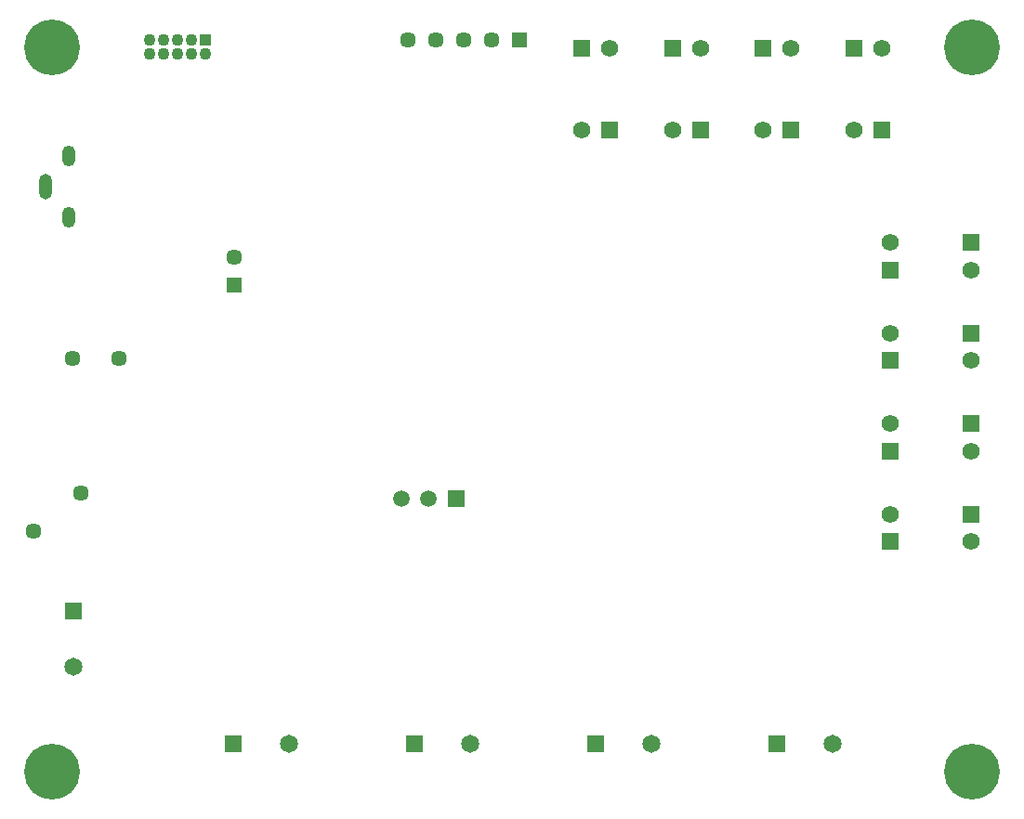
<source format=gbr>
%TF.GenerationSoftware,Altium Limited,Altium Designer,24.2.2 (26)*%
G04 Layer_Color=16711935*
%FSLAX45Y45*%
%MOMM*%
%TF.SameCoordinates,CD070EA7-D628-40BE-AF17-708C1490C7C2*%
%TF.FilePolarity,Negative*%
%TF.FileFunction,Soldermask,Bot*%
%TF.Part,Single*%
G01*
G75*
%TA.AperFunction,ComponentPad*%
%ADD43C,1.10000*%
%ADD44R,1.10000X1.10000*%
%ADD45C,1.57500*%
%ADD46R,1.57500X1.57500*%
%ADD47C,1.65000*%
%ADD48R,1.65000X1.65000*%
%ADD49R,1.50800X1.50800*%
%ADD50C,1.50800*%
%ADD51C,1.45000*%
%ADD52R,1.45000X1.45000*%
%TA.AperFunction,ViaPad*%
%ADD55C,5.08000*%
%TA.AperFunction,ComponentPad*%
%ADD56R,1.57500X1.57500*%
%ADD57R,1.45000X1.45000*%
%ADD58R,1.65000X1.65000*%
%ADD81O,1.22700X1.92700*%
%ADD82O,1.22700X2.32700*%
D43*
X7366000Y11366500D02*
D03*
Y11493500D02*
D03*
X7493000Y11366500D02*
D03*
Y11493500D02*
D03*
X7620000Y11366500D02*
D03*
Y11493500D02*
D03*
X7747000Y11366500D02*
D03*
Y11493500D02*
D03*
X7874000Y11366500D02*
D03*
D44*
Y11493500D02*
D03*
D45*
X14108000Y8824500D02*
D03*
Y9650000D02*
D03*
Y7999000D02*
D03*
X13781500Y10679000D02*
D03*
X14031500Y11419000D02*
D03*
X11305000Y10679000D02*
D03*
X14848000Y9400000D02*
D03*
Y8574500D02*
D03*
Y7749000D02*
D03*
X14108000Y7173500D02*
D03*
X14848000Y6923500D02*
D03*
X11555000Y11419000D02*
D03*
X12130500Y10679000D02*
D03*
X12380500Y11419000D02*
D03*
X12956000Y10679000D02*
D03*
X13206000Y11419000D02*
D03*
D46*
X14108000Y8574500D02*
D03*
Y9400000D02*
D03*
Y7749000D02*
D03*
X14848000Y9650000D02*
D03*
Y8824500D02*
D03*
Y7999000D02*
D03*
X14108000Y6923500D02*
D03*
X14848000Y7173500D02*
D03*
D47*
X10287000Y5080000D02*
D03*
X13589000D02*
D03*
X8636000D02*
D03*
X11938000D02*
D03*
X6667500Y5778500D02*
D03*
D48*
X9779000Y5080000D02*
D03*
X13081000D02*
D03*
X8128000D02*
D03*
X11430000D02*
D03*
D49*
X10156000Y7313500D02*
D03*
D50*
X9906000D02*
D03*
X9656000D02*
D03*
D51*
X8130540Y9512300D02*
D03*
X6301740Y7015480D02*
D03*
X9715500Y11493500D02*
D03*
X9969500D02*
D03*
X10223500D02*
D03*
X10477500D02*
D03*
X6736080Y7366000D02*
D03*
X6662420Y8592820D02*
D03*
X7081520D02*
D03*
D52*
X8130540Y9258300D02*
D03*
D55*
X14859000Y4826000D02*
D03*
Y11430000D02*
D03*
X6477000Y4826000D02*
D03*
Y11430000D02*
D03*
D56*
X14031500Y10679000D02*
D03*
X13781500Y11419000D02*
D03*
X11555000Y10679000D02*
D03*
X11305000Y11419000D02*
D03*
X12380500Y10679000D02*
D03*
X12130500Y11419000D02*
D03*
X13206000Y10679000D02*
D03*
X12956000Y11419000D02*
D03*
D57*
X10731500Y11493500D02*
D03*
D58*
X6667500Y6286500D02*
D03*
D81*
X6628500Y10440000D02*
D03*
Y9880000D02*
D03*
D82*
X6413500Y10160000D02*
D03*
%TF.MD5,735485c492dd9d5cb98add77605eba81*%
M02*

</source>
